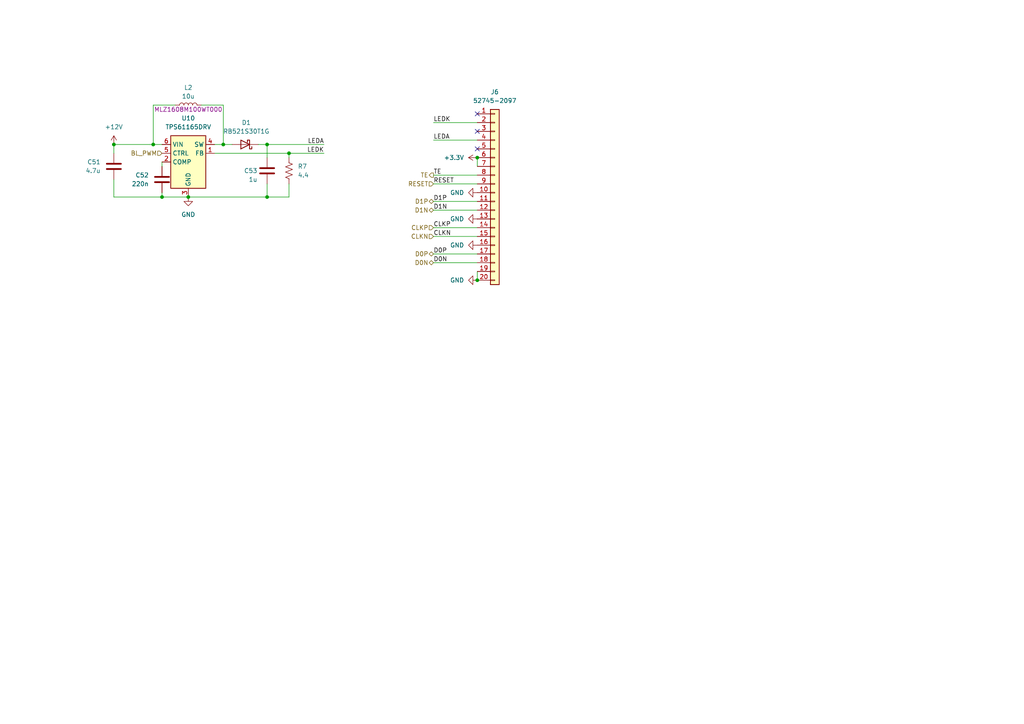
<source format=kicad_sch>
(kicad_sch (version 20250114) (generator "eeschema") (generator_version "9.0")
  (paper "A4")
  (lib_symbols
    (symbol "Connector_Generic:Conn_01x20" (pin_names (offset 1.016) (hide yes))
      (property "Reference" "J" (at 0 25.4 0))
      (property "Value" "Conn_01x20" (at 0 -27.94 0))
      (symbol "Conn_01x20_1_1"
        (rectangle (start -1.27 24.13) (end 1.27 -26.67) (stroke (width 0.254)) (fill (type background)))
        (rectangle (start -1.27 22.987) (end 0 22.733) (stroke (width 0.1524)))
        (rectangle (start -1.27 20.447) (end 0 20.193) (stroke (width 0.1524)))
        (rectangle (start -1.27 17.907) (end 0 17.653) (stroke (width 0.1524)))
        (rectangle (start -1.27 15.367) (end 0 15.113) (stroke (width 0.1524)))
        (rectangle (start -1.27 12.827) (end 0 12.573) (stroke (width 0.1524)))
        (rectangle (start -1.27 10.287) (end 0 10.033) (stroke (width 0.1524)))
        (rectangle (start -1.27 7.747) (end 0 7.493) (stroke (width 0.1524)))
        (rectangle (start -1.27 5.207) (end 0 4.953) (stroke (width 0.1524)))
        (rectangle (start -1.27 2.667) (end 0 2.413) (stroke (width 0.1524)))
        (rectangle (start -1.27 0.127) (end 0 -0.127) (stroke (width 0.1524)))
        (rectangle (start -1.27 -2.413) (end 0 -2.667) (stroke (width 0.1524)))
        (rectangle (start -1.27 -4.953) (end 0 -5.207) (stroke (width 0.1524)))
        (rectangle (start -1.27 -7.493) (end 0 -7.747) (stroke (width 0.1524)))
        (rectangle (start -1.27 -10.033) (end 0 -10.287) (stroke (width 0.1524)))
        (rectangle (start -1.27 -12.573) (end 0 -12.827) (stroke (width 0.1524)))
        (rectangle (start -1.27 -15.113) (end 0 -15.367) (stroke (width 0.1524)))
        (rectangle (start -1.27 -17.653) (end 0 -17.907) (stroke (width 0.1524)))
        (rectangle (start -1.27 -20.193) (end 0 -20.447) (stroke (width 0.1524)))
        (rectangle (start -1.27 -22.733) (end 0 -22.987) (stroke (width 0.1524)))
        (rectangle (start -1.27 -25.273) (end 0 -25.527) (stroke (width 0.1524)))
        (pin passive line (at -5.08 22.86 0) (length 3.81) (name "Pin_1") (number "1"))
        (pin passive line (at -5.08 20.32 0) (length 3.81) (name "Pin_2") (number "2"))
        (pin passive line (at -5.08 17.78 0) (length 3.81) (name "Pin_3") (number "3"))
        (pin passive line (at -5.08 15.24 0) (length 3.81) (name "Pin_4") (number "4"))
        (pin passive line (at -5.08 12.7 0) (length 3.81) (name "Pin_5") (number "5"))
        (pin passive line (at -5.08 10.16 0) (length 3.81) (name "Pin_6") (number "6"))
        (pin passive line (at -5.08 7.62 0) (length 3.81) (name "Pin_7") (number "7"))
        (pin passive line (at -5.08 5.08 0) (length 3.81) (name "Pin_8") (number "8"))
        (pin passive line (at -5.08 2.54 0) (length 3.81) (name "Pin_9") (number "9"))
        (pin passive line (at -5.08 0 0) (length 3.81) (name "Pin_10") (number "10"))
        (pin passive line (at -5.08 -2.54 0) (length 3.81) (name "Pin_11") (number "11"))
        (pin passive line (at -5.08 -5.08 0) (length 3.81) (name "Pin_12") (number "12"))
        (pin passive line (at -5.08 -7.62 0) (length 3.81) (name "Pin_13") (number "13"))
        (pin passive line (at -5.08 -10.16 0) (length 3.81) (name "Pin_14") (number "14"))
        (pin passive line (at -5.08 -12.7 0) (length 3.81) (name "Pin_15") (number "15"))
        (pin passive line (at -5.08 -15.24 0) (length 3.81) (name "Pin_16") (number "16"))
        (pin passive line (at -5.08 -17.78 0) (length 3.81) (name "Pin_17") (number "17"))
        (pin passive line (at -5.08 -20.32 0) (length 3.81) (name "Pin_18") (number "18"))
        (pin passive line (at -5.08 -22.86 0) (length 3.81) (name "Pin_19") (number "19"))
        (pin passive line (at -5.08 -25.4 0) (length 3.81) (name "Pin_20") (number "20"))
      )
    )
    (symbol "Device:C" (pin_numbers (hide yes)) (pin_names (offset 0.254))
      (property "Reference" "C" (at 0.635 2.54 0))
      (property "Value" "C" (at 0.635 -2.54 0))
      (symbol "C_0_1"
        (polyline (pts (xy -2.032 0.762) (xy 2.032 0.762)) (stroke (width 0.508)))
        (polyline (pts (xy -2.032 -0.762) (xy 2.032 -0.762)) (stroke (width 0.508)))
      )
      (symbol "C_1_1"
        (pin passive line (at 0 3.81 270) (length 2.794) (name "~") (number "1"))
        (pin passive line (at 0 -3.81 90) (length 2.794) (name "~") (number "2"))
      )
    )
    (symbol "Device:D_Schottky" (pin_numbers (hide yes)) (pin_names (offset 1.016) (hide yes))
      (property "Reference" "D" (at 0 2.54 0))
      (property "Value" "D_Schottky" (at 0 -2.54 0))
      (symbol "D_Schottky_0_1"
        (polyline (pts (xy -1.905 0.635) (xy -1.905 1.27) (xy -1.27 1.27) (xy -1.27 -1.27) (xy -0.635 -1.27) (xy -0.635 -0.635)) (stroke (width 0.254)))
        (polyline (pts (xy 1.27 1.27) (xy 1.27 -1.27) (xy -1.27 0) (xy 1.27 1.27)) (stroke (width 0.254)))
        (polyline (pts (xy 1.27 0) (xy -1.27 0)))
      )
      (symbol "D_Schottky_1_1"
        (pin passive line (at -3.81 0 0) (length 2.54) (name "K") (number "1"))
        (pin passive line (at 3.81 0 180) (length 2.54) (name "A") (number "2"))
      )
    )
    (symbol "Device:L" (pin_numbers (hide yes)) (pin_names (offset 1.016) (hide yes))
      (property "Reference" "L" (at -1.27 0 90))
      (property "Value" "L" (at 1.905 0 90))
      (symbol "L_0_1"
        (arc (start 0 2.54) (mid 0.6323 1.905) (end 0 1.27))
        (arc (start 0 1.27) (mid 0.6323 0.635) (end 0 0))
        (arc (start 0 0) (mid 0.6323 -0.635) (end 0 -1.27))
        (arc (start 0 -1.27) (mid 0.6323 -1.905) (end 0 -2.54))
      )
      (symbol "L_1_1"
        (pin passive line (at 0 3.81 270) (length 1.27) (name "1") (number "1"))
        (pin passive line (at 0 -3.81 90) (length 1.27) (name "2") (number "2"))
      )
    )
    (symbol "Device:R_US" (pin_numbers (hide yes)) (pin_names (offset 0))
      (property "Reference" "R" (at 2.54 0 90))
      (property "Value" "R_US" (at -2.54 0 90))
      (symbol "R_US_0_1"
        (polyline (pts (xy 0 2.286) (xy 0 2.54)))
        (polyline (pts (xy 0 2.286) (xy 1.016 1.905) (xy 0 1.524) (xy -1.016 1.143) (xy 0 0.762)))
        (polyline (pts (xy 0 0.762) (xy 1.016 0.381) (xy 0 0) (xy -1.016 -0.381) (xy 0 -0.762)))
        (polyline (pts (xy 0 -0.762) (xy 1.016 -1.143) (xy 0 -1.524) (xy -1.016 -1.905) (xy 0 -2.286)))
        (polyline (pts (xy 0 -2.286) (xy 0 -2.54)))
      )
      (symbol "R_US_1_1"
        (pin passive line (at 0 3.81 270) (length 1.27) (name "~") (number "1"))
        (pin passive line (at 0 -3.81 90) (length 1.27) (name "~") (number "2"))
      )
    )
    (symbol "TexasInstruments:TPS61165DRV"
      (property "Reference" "U" (at 0 11.43 0))
      (property "Value" "TPS61165DRV" (at 0 8.89 0))
      (symbol "TPS61165DRV_1_1"
        (rectangle (start -5.08 7.62) (end 5.08 -7.62) (stroke (width 0.254)) (fill (type background)))
        (pin power_in line (at -7.62 5.08 0) (length 2.54) (name "VIN") (number "6"))
        (pin input line (at -7.62 2.54 0) (length 2.54) (name "CTRL") (number "5"))
        (pin output line (at -7.62 0 0) (length 2.54) (name "COMP") (number "2"))
        (pin power_in line (at 0 -10.16 90) (length 2.54) (name "GND") (number "3"))
        (pin power_in line (at 0 -10.16 90) (length 2.54) (hide yes) (name "GND") (number "7"))
        (pin output line (at 7.62 5.08 180) (length 2.54) (name "SW") (number "4"))
        (pin input line (at 7.62 2.54 180) (length 2.54) (name "FB") (number "1"))
      )
    )
    (symbol "power:+12V" (power) (pin_numbers (hide yes)) (pin_names (offset 0) (hide yes))
      (property "Value" "+12V" (at 0 3.556 0))
      (symbol "+12V_0_1"
        (polyline (pts (xy -0.762 1.27) (xy 0 2.54)))
        (polyline (pts (xy 0 2.54) (xy 0.762 1.27)))
        (polyline (pts (xy 0 0) (xy 0 2.54)))
      )
      (symbol "+12V_1_1"
        (pin power_in line (at 0 0 90) (length 0) (name "~") (number "1"))
      )
    )
    (symbol "power:+3.3V" (power) (pin_numbers (hide yes)) (pin_names (offset 0) (hide yes))
      (property "Value" "+3.3V" (at 0 3.556 0))
      (symbol "+3.3V_0_1"
        (polyline (pts (xy -0.762 1.27) (xy 0 2.54)))
        (polyline (pts (xy 0 2.54) (xy 0.762 1.27)))
        (polyline (pts (xy 0 0) (xy 0 2.54)))
      )
      (symbol "+3.3V_1_1"
        (pin power_in line (at 0 0 90) (length 0) (name "~") (number "1"))
      )
    )
    (symbol "power:GND" (power) (pin_numbers (hide yes)) (pin_names (offset 0) (hide yes))
      (property "Value" "GND" (at 0 -3.81 0))
      (symbol "GND_0_1"
        (polyline (pts (xy 0 0) (xy 0 -1.27) (xy 1.27 -1.27) (xy 0 -2.54) (xy -1.27 -1.27) (xy 0 -1.27)))
      )
      (symbol "GND_1_1"
        (pin power_in line (at 0 0 270) (length 0) (name "~") (number "1"))
      )
    )
  )
  (junction (at 54.61 57.15))
  (junction (at 33.02 41.91))
  (junction (at 138.43 81.28))
  (junction (at 64.77 41.91))
  (junction (at 44.45 41.91))
  (junction (at 46.99 57.15))
  (junction (at 77.47 41.91))
  (junction (at 83.82 44.45))
  (junction (at 77.47 57.15))
  (junction (at 138.43 45.72))
  (no_connect (at 138.43 33.02))
  (no_connect (at 138.43 43.18))
  (no_connect (at 138.43 38.1))
  (wire (pts (xy 54.61 57.15) (xy 46.99 57.15)))
  (wire (pts (xy 138.43 40.64) (xy 125.73 40.64)))
  (wire (pts (xy 33.02 57.15) (xy 33.02 52.07)))
  (wire (pts (xy 138.43 76.2) (xy 125.73 76.2)))
  (wire (pts (xy 138.43 81.28) (xy 138.43 78.74)))
  (wire (pts (xy 46.99 57.15) (xy 33.02 57.15)))
  (wire (pts (xy 74.93 41.91) (xy 77.47 41.91)))
  (wire (pts (xy 44.45 30.48) (xy 50.8 30.48)))
  (wire (pts (xy 44.45 41.91) (xy 44.45 30.48)))
  (wire (pts (xy 77.47 45.72) (xy 77.47 41.91)))
  (wire (pts (xy 83.82 44.45) (xy 93.98 44.45)))
  (wire (pts (xy 138.43 58.42) (xy 125.73 58.42)))
  (wire (pts (xy 138.43 50.8) (xy 125.73 50.8)))
  (wire (pts (xy 46.99 55.88) (xy 46.99 57.15)))
  (wire (pts (xy 77.47 57.15) (xy 83.82 57.15)))
  (wire (pts (xy 138.43 68.58) (xy 125.73 68.58)))
  (wire (pts (xy 64.77 30.48) (xy 64.77 41.91)))
  (wire (pts (xy 83.82 44.45) (xy 83.82 45.72)))
  (wire (pts (xy 77.47 41.91) (xy 93.98 41.91)))
  (wire (pts (xy 138.43 66.04) (xy 125.73 66.04)))
  (wire (pts (xy 46.99 48.26) (xy 46.99 46.99)))
  (wire (pts (xy 138.43 60.96) (xy 125.73 60.96)))
  (wire (pts (xy 138.43 73.66) (xy 125.73 73.66)))
  (wire (pts (xy 62.23 44.45) (xy 83.82 44.45)))
  (wire (pts (xy 33.02 44.45) (xy 33.02 41.91)))
  (wire (pts (xy 33.02 41.91) (xy 44.45 41.91)))
  (wire (pts (xy 54.61 57.15) (xy 77.47 57.15)))
  (wire (pts (xy 58.42 30.48) (xy 64.77 30.48)))
  (wire (pts (xy 138.43 35.56) (xy 125.73 35.56)))
  (wire (pts (xy 64.77 41.91) (xy 67.31 41.91)))
  (wire (pts (xy 138.43 53.34) (xy 125.73 53.34)))
  (wire (pts (xy 64.77 41.91) (xy 62.23 41.91)))
  (wire (pts (xy 77.47 57.15) (xy 77.47 53.34)))
  (wire (pts (xy 83.82 57.15) (xy 83.82 53.34)))
  (wire (pts (xy 44.45 41.91) (xy 46.99 41.91)))
  (wire (pts (xy 138.43 45.72) (xy 138.43 48.26)))
  (label "D1P" (at 125.73 58.42 0))
  (label "LEDA" (at 125.73 40.64 0))
  (label "RESET" (at 125.73 53.34 0))
  (label "D1N" (at 125.73 60.96 0))
  (label "TE" (at 125.73 50.8 0))
  (label "D0P" (at 125.73 73.66 0))
  (label "CLKP" (at 125.73 66.04 0))
  (label "CLKN" (at 125.73 68.58 0))
  (label "LEDK" (at 93.98 44.45 180))
  (label "D0N" (at 125.73 76.2 0))
  (label "LEDK" (at 125.73 35.56 0))
  (label "LEDA" (at 93.98 41.91 180))
  (hierarchical_label "D0P" (shape bidirectional) (at 125.73 73.66 180))
  (hierarchical_label "CLKP" (shape input) (at 125.73 66.04 180))
  (hierarchical_label "D0N" (shape bidirectional) (at 125.73 76.2 180))
  (hierarchical_label "BL_PWM" (shape input) (at 46.99 44.45 180))
  (hierarchical_label "RESET" (shape input) (at 125.73 53.34 180))
  (hierarchical_label "D1P" (shape bidirectional) (at 125.73 58.42 180))
  (hierarchical_label "D1N" (shape bidirectional) (at 125.73 60.96 180))
  (hierarchical_label "TE" (shape output) (at 125.73 50.8 180))
  (hierarchical_label "CLKN" (shape input) (at 125.73 68.58 180))
  (symbol (lib_id "power:GND") (at 138.43 63.5 270) (mirror x) (unit 1)
    (property "Reference" "#PWR054" (effects (hide yes)))
    (property "Value" "GND" (at 134.62 63.4999 90) (effects (justify right)))
    (property "Description" "Power symbol creates a global label with name \"GND\" , ground" (effects (hide yes)))
  )
  (symbol (lib_id "power:GND") (at 138.43 71.12 270) (mirror x) (unit 1)
    (property "Reference" "#PWR055" (effects (hide yes)))
    (property "Value" "GND" (at 134.62 71.1199 90) (effects (justify right)))
    (property "Description" "Power symbol creates a global label with name \"GND\" , ground" (effects (hide yes)))
  )
  (symbol (lib_id "Connector_Generic:Conn_01x20") (at 143.51 55.88 0) (unit 1)
    (property "Reference" "J6" (at 143.51 26.67 0))
    (property "Value" "52745-2097" (at 143.51 29.21 0))
    (property "Footprint" "Molex_Custom:Molex_52745-0200_1x20-2MP_P0.50mm_Horizontal" (effects (hide yes)))
    (property "Description" "Generic connector, single row, 01x20, script generated (kicad-library-utils/schlib/autogen/connector/)" (effects (hide yes)))
  )
  (symbol (lib_id "Device:C") (at 77.47 49.53 0) (unit 1)
    (property "Reference" "C53" (at 74.676 49.53 0) (effects (justify right)))
    (property "Value" "1u" (at 74.676 52.07 0) (effects (justify right)))
    (property "Footprint" "Capacitor_SMD:C_0402_1005Metric" (effects (hide yes)))
    (property "Description" "Unpolarized capacitor" (effects (hide yes)))
  )
  (symbol (lib_id "Device:C") (at 33.02 48.26 0) (mirror y) (unit 1)
    (property "Reference" "C51" (at 29.21 46.9899 0) (effects (justify left)))
    (property "Value" "4.7u" (at 29.21 49.5299 0) (effects (justify left)))
    (property "Footprint" "Capacitor_SMD:C_0603_1608Metric" (effects (hide yes)))
    (property "Description" "Unpolarized capacitor" (effects (hide yes)))
  )
  (symbol (lib_id "power:+3.3V") (at 138.43 45.72 90) (mirror x) (unit 1)
    (property "Reference" "#PWR052" (effects (hide yes)))
    (property "Value" "+3.3V" (at 134.62 45.7199 90) (effects (justify left)))
    (property "Description" "Power symbol creates a global label with name \"+3.3V\"" (effects (hide yes)))
  )
  (symbol (lib_id "Device:R_US") (at 83.82 49.53 0) (unit 1)
    (property "Reference" "R7" (at 86.36 48.2599 0) (effects (justify left)))
    (property "Value" "4.4" (at 86.36 50.7999 0) (effects (justify left)))
    (property "Footprint" "Resistor_SMD:R_0402_1005Metric" (effects (hide yes)))
    (property "Description" "Resistor, US symbol" (effects (hide yes)))
  )
  (symbol (lib_id "Device:C") (at 46.99 52.07 0) (mirror y) (unit 1)
    (property "Reference" "C52" (at 43.18 50.7999 0) (effects (justify left)))
    (property "Value" "220n" (at 43.18 53.3399 0) (effects (justify left)))
    (property "Footprint" "Capacitor_SMD:C_0402_1005Metric" (effects (hide yes)))
    (property "Description" "Unpolarized capacitor" (effects (hide yes)))
  )
  (symbol (lib_id "power:GND") (at 138.43 55.88 270) (mirror x) (unit 1)
    (property "Reference" "#PWR053" (effects (hide yes)))
    (property "Value" "GND" (at 134.62 55.8799 90) (effects (justify right)))
    (property "Description" "Power symbol creates a global label with name \"GND\" , ground" (effects (hide yes)))
  )
  (symbol (lib_id "power:GND") (at 54.61 57.15 0) (unit 1)
    (property "Reference" "#PWR059" (effects (hide yes)))
    (property "Value" "GND" (at 54.61 62.23 0))
    (property "Description" "Power symbol creates a global label with name \"GND\" , ground" (effects (hide yes)))
  )
  (symbol (lib_id "Device:L") (at 54.61 30.48 90) (unit 1)
    (property "Reference" "L2" (at 54.61 25.4 90))
    (property "Value" "10u" (at 54.61 27.94 90))
    (property "Footprint" "Inductor_SMD:L_0603_1608Metric" (effects (hide yes)))
    (property "Description" "Inductor" (effects (hide yes)))
    (property "Part" "MLZ1608M100WT000" (at 54.61 31.75 90))
  )
  (symbol (lib_id "power:+12V") (at 33.02 41.91 0) (mirror y) (unit 1)
    (property "Reference" "#PWR058" (effects (hide yes)))
    (property "Value" "+12V" (at 33.02 36.83 0))
    (property "Description" "Power symbol creates a global label with name \"+12V\"" (effects (hide yes)))
  )
  (symbol (lib_id "TexasInstruments:TPS61165DRV") (at 54.61 46.99 0) (unit 1)
    (property "Reference" "U10" (at 54.61 34.29 0))
    (property "Value" "TPS61165DRV" (at 54.61 36.83 0))
    (property "Footprint" "Package_SON:WSON-6-1EP_2x2mm_P0.65mm_EP1x1.6mm" (effects (hide yes)))
    (property "Datasheet" "https://www.ti.com/lit/ds/symlink/tps61165.pdf" (effects (hide yes)))
    (property "Description" "High-Brightness, Constant current LED Driver, 3V to 18V input voltage range, internal switch, up to 38V/1.2A output,  SOT-23-6" (effects (hide yes)))
  )
  (symbol (lib_id "Device:D_Schottky") (at 71.12 41.91 180) (unit 1)
    (property "Reference" "D1" (at 71.4375 35.56 0))
    (property "Value" "RB521S30T1G" (at 71.4375 38.1 0))
    (property "Footprint" "Diode_SMD:D_SOD-523" (effects (hide yes)))
    (property "Description" "Schottky diode" (effects (hide yes)))
  )
  (symbol (lib_id "power:GND") (at 138.43 81.28 270) (mirror x) (unit 1)
    (property "Reference" "#PWR057" (effects (hide yes)))
    (property "Value" "GND" (at 134.62 81.2799 90) (effects (justify right)))
    (property "Description" "Power symbol creates a global label with name \"GND\" , ground" (effects (hide yes)))
  )
)
</source>
